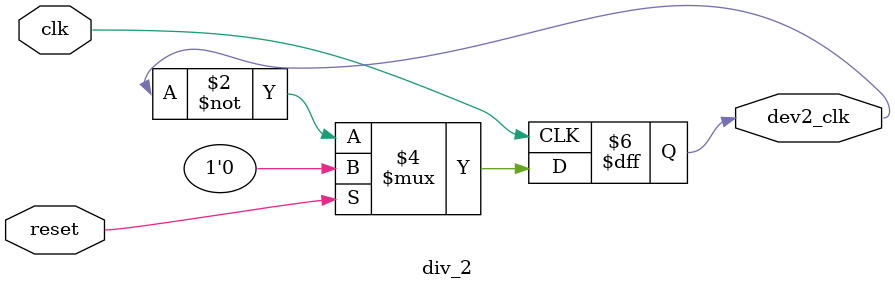
<source format=v>
module div_2(
    input clk,
    input reset,
    output reg dev2_clk
);
    always@(posedge clk)begin
        if(reset)
            dev2_clk <= 1'b0;
        else
            dev2_clk <= ~dev2_clk;        
    end
endmodule
</source>
